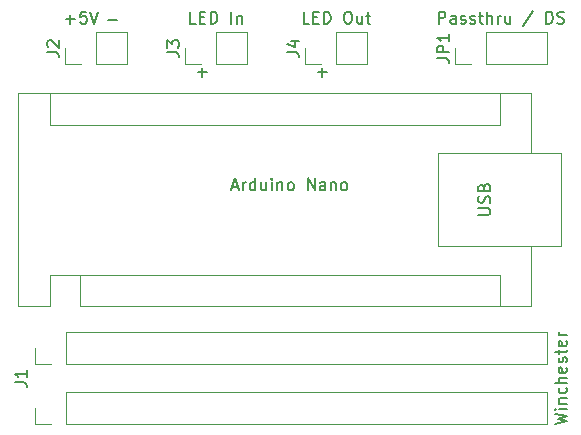
<source format=gbr>
%TF.GenerationSoftware,KiCad,Pcbnew,7.0.5*%
%TF.CreationDate,2026-01-03T12:26:39-08:00*%
%TF.ProjectId,ST-Noise,53542d4e-6f69-4736-952e-6b696361645f,rev?*%
%TF.SameCoordinates,Original*%
%TF.FileFunction,Legend,Top*%
%TF.FilePolarity,Positive*%
%FSLAX46Y46*%
G04 Gerber Fmt 4.6, Leading zero omitted, Abs format (unit mm)*
G04 Created by KiCad (PCBNEW 7.0.5) date 2026-01-03 12:26:39*
%MOMM*%
%LPD*%
G01*
G04 APERTURE LIST*
%ADD10C,0.150000*%
%ADD11C,0.120000*%
G04 APERTURE END LIST*
D10*
X131781779Y-47748866D02*
X132543684Y-47748866D01*
X132162731Y-48129819D02*
X132162731Y-47367914D01*
X121621779Y-47748866D02*
X122383684Y-47748866D01*
X122002731Y-48129819D02*
X122002731Y-47367914D01*
X114001779Y-43303866D02*
X114763684Y-43303866D01*
%TO.C,J2*%
X108884819Y-46053333D02*
X109599104Y-46053333D01*
X109599104Y-46053333D02*
X109741961Y-46100952D01*
X109741961Y-46100952D02*
X109837200Y-46196190D01*
X109837200Y-46196190D02*
X109884819Y-46339047D01*
X109884819Y-46339047D02*
X109884819Y-46434285D01*
X108980057Y-45624761D02*
X108932438Y-45577142D01*
X108932438Y-45577142D02*
X108884819Y-45481904D01*
X108884819Y-45481904D02*
X108884819Y-45243809D01*
X108884819Y-45243809D02*
X108932438Y-45148571D01*
X108932438Y-45148571D02*
X108980057Y-45100952D01*
X108980057Y-45100952D02*
X109075295Y-45053333D01*
X109075295Y-45053333D02*
X109170533Y-45053333D01*
X109170533Y-45053333D02*
X109313390Y-45100952D01*
X109313390Y-45100952D02*
X109884819Y-45672380D01*
X109884819Y-45672380D02*
X109884819Y-45053333D01*
X110474286Y-43253866D02*
X111236191Y-43253866D01*
X110855238Y-43634819D02*
X110855238Y-42872914D01*
X112188571Y-42634819D02*
X111712381Y-42634819D01*
X111712381Y-42634819D02*
X111664762Y-43111009D01*
X111664762Y-43111009D02*
X111712381Y-43063390D01*
X111712381Y-43063390D02*
X111807619Y-43015771D01*
X111807619Y-43015771D02*
X112045714Y-43015771D01*
X112045714Y-43015771D02*
X112140952Y-43063390D01*
X112140952Y-43063390D02*
X112188571Y-43111009D01*
X112188571Y-43111009D02*
X112236190Y-43206247D01*
X112236190Y-43206247D02*
X112236190Y-43444342D01*
X112236190Y-43444342D02*
X112188571Y-43539580D01*
X112188571Y-43539580D02*
X112140952Y-43587200D01*
X112140952Y-43587200D02*
X112045714Y-43634819D01*
X112045714Y-43634819D02*
X111807619Y-43634819D01*
X111807619Y-43634819D02*
X111712381Y-43587200D01*
X111712381Y-43587200D02*
X111664762Y-43539580D01*
X112521905Y-42634819D02*
X112855238Y-43634819D01*
X112855238Y-43634819D02*
X113188571Y-42634819D01*
%TO.C,A1*%
X124562857Y-57459104D02*
X125039047Y-57459104D01*
X124467619Y-57744819D02*
X124800952Y-56744819D01*
X124800952Y-56744819D02*
X125134285Y-57744819D01*
X125467619Y-57744819D02*
X125467619Y-57078152D01*
X125467619Y-57268628D02*
X125515238Y-57173390D01*
X125515238Y-57173390D02*
X125562857Y-57125771D01*
X125562857Y-57125771D02*
X125658095Y-57078152D01*
X125658095Y-57078152D02*
X125753333Y-57078152D01*
X126515238Y-57744819D02*
X126515238Y-56744819D01*
X126515238Y-57697200D02*
X126420000Y-57744819D01*
X126420000Y-57744819D02*
X126229524Y-57744819D01*
X126229524Y-57744819D02*
X126134286Y-57697200D01*
X126134286Y-57697200D02*
X126086667Y-57649580D01*
X126086667Y-57649580D02*
X126039048Y-57554342D01*
X126039048Y-57554342D02*
X126039048Y-57268628D01*
X126039048Y-57268628D02*
X126086667Y-57173390D01*
X126086667Y-57173390D02*
X126134286Y-57125771D01*
X126134286Y-57125771D02*
X126229524Y-57078152D01*
X126229524Y-57078152D02*
X126420000Y-57078152D01*
X126420000Y-57078152D02*
X126515238Y-57125771D01*
X127420000Y-57078152D02*
X127420000Y-57744819D01*
X126991429Y-57078152D02*
X126991429Y-57601961D01*
X126991429Y-57601961D02*
X127039048Y-57697200D01*
X127039048Y-57697200D02*
X127134286Y-57744819D01*
X127134286Y-57744819D02*
X127277143Y-57744819D01*
X127277143Y-57744819D02*
X127372381Y-57697200D01*
X127372381Y-57697200D02*
X127420000Y-57649580D01*
X127896191Y-57744819D02*
X127896191Y-57078152D01*
X127896191Y-56744819D02*
X127848572Y-56792438D01*
X127848572Y-56792438D02*
X127896191Y-56840057D01*
X127896191Y-56840057D02*
X127943810Y-56792438D01*
X127943810Y-56792438D02*
X127896191Y-56744819D01*
X127896191Y-56744819D02*
X127896191Y-56840057D01*
X128372381Y-57078152D02*
X128372381Y-57744819D01*
X128372381Y-57173390D02*
X128420000Y-57125771D01*
X128420000Y-57125771D02*
X128515238Y-57078152D01*
X128515238Y-57078152D02*
X128658095Y-57078152D01*
X128658095Y-57078152D02*
X128753333Y-57125771D01*
X128753333Y-57125771D02*
X128800952Y-57221009D01*
X128800952Y-57221009D02*
X128800952Y-57744819D01*
X129420000Y-57744819D02*
X129324762Y-57697200D01*
X129324762Y-57697200D02*
X129277143Y-57649580D01*
X129277143Y-57649580D02*
X129229524Y-57554342D01*
X129229524Y-57554342D02*
X129229524Y-57268628D01*
X129229524Y-57268628D02*
X129277143Y-57173390D01*
X129277143Y-57173390D02*
X129324762Y-57125771D01*
X129324762Y-57125771D02*
X129420000Y-57078152D01*
X129420000Y-57078152D02*
X129562857Y-57078152D01*
X129562857Y-57078152D02*
X129658095Y-57125771D01*
X129658095Y-57125771D02*
X129705714Y-57173390D01*
X129705714Y-57173390D02*
X129753333Y-57268628D01*
X129753333Y-57268628D02*
X129753333Y-57554342D01*
X129753333Y-57554342D02*
X129705714Y-57649580D01*
X129705714Y-57649580D02*
X129658095Y-57697200D01*
X129658095Y-57697200D02*
X129562857Y-57744819D01*
X129562857Y-57744819D02*
X129420000Y-57744819D01*
X130943810Y-57744819D02*
X130943810Y-56744819D01*
X130943810Y-56744819D02*
X131515238Y-57744819D01*
X131515238Y-57744819D02*
X131515238Y-56744819D01*
X132420000Y-57744819D02*
X132420000Y-57221009D01*
X132420000Y-57221009D02*
X132372381Y-57125771D01*
X132372381Y-57125771D02*
X132277143Y-57078152D01*
X132277143Y-57078152D02*
X132086667Y-57078152D01*
X132086667Y-57078152D02*
X131991429Y-57125771D01*
X132420000Y-57697200D02*
X132324762Y-57744819D01*
X132324762Y-57744819D02*
X132086667Y-57744819D01*
X132086667Y-57744819D02*
X131991429Y-57697200D01*
X131991429Y-57697200D02*
X131943810Y-57601961D01*
X131943810Y-57601961D02*
X131943810Y-57506723D01*
X131943810Y-57506723D02*
X131991429Y-57411485D01*
X131991429Y-57411485D02*
X132086667Y-57363866D01*
X132086667Y-57363866D02*
X132324762Y-57363866D01*
X132324762Y-57363866D02*
X132420000Y-57316247D01*
X132896191Y-57078152D02*
X132896191Y-57744819D01*
X132896191Y-57173390D02*
X132943810Y-57125771D01*
X132943810Y-57125771D02*
X133039048Y-57078152D01*
X133039048Y-57078152D02*
X133181905Y-57078152D01*
X133181905Y-57078152D02*
X133277143Y-57125771D01*
X133277143Y-57125771D02*
X133324762Y-57221009D01*
X133324762Y-57221009D02*
X133324762Y-57744819D01*
X133943810Y-57744819D02*
X133848572Y-57697200D01*
X133848572Y-57697200D02*
X133800953Y-57649580D01*
X133800953Y-57649580D02*
X133753334Y-57554342D01*
X133753334Y-57554342D02*
X133753334Y-57268628D01*
X133753334Y-57268628D02*
X133800953Y-57173390D01*
X133800953Y-57173390D02*
X133848572Y-57125771D01*
X133848572Y-57125771D02*
X133943810Y-57078152D01*
X133943810Y-57078152D02*
X134086667Y-57078152D01*
X134086667Y-57078152D02*
X134181905Y-57125771D01*
X134181905Y-57125771D02*
X134229524Y-57173390D01*
X134229524Y-57173390D02*
X134277143Y-57268628D01*
X134277143Y-57268628D02*
X134277143Y-57554342D01*
X134277143Y-57554342D02*
X134229524Y-57649580D01*
X134229524Y-57649580D02*
X134181905Y-57697200D01*
X134181905Y-57697200D02*
X134086667Y-57744819D01*
X134086667Y-57744819D02*
X133943810Y-57744819D01*
X145384819Y-59821904D02*
X146194342Y-59821904D01*
X146194342Y-59821904D02*
X146289580Y-59774285D01*
X146289580Y-59774285D02*
X146337200Y-59726666D01*
X146337200Y-59726666D02*
X146384819Y-59631428D01*
X146384819Y-59631428D02*
X146384819Y-59440952D01*
X146384819Y-59440952D02*
X146337200Y-59345714D01*
X146337200Y-59345714D02*
X146289580Y-59298095D01*
X146289580Y-59298095D02*
X146194342Y-59250476D01*
X146194342Y-59250476D02*
X145384819Y-59250476D01*
X146337200Y-58821904D02*
X146384819Y-58679047D01*
X146384819Y-58679047D02*
X146384819Y-58440952D01*
X146384819Y-58440952D02*
X146337200Y-58345714D01*
X146337200Y-58345714D02*
X146289580Y-58298095D01*
X146289580Y-58298095D02*
X146194342Y-58250476D01*
X146194342Y-58250476D02*
X146099104Y-58250476D01*
X146099104Y-58250476D02*
X146003866Y-58298095D01*
X146003866Y-58298095D02*
X145956247Y-58345714D01*
X145956247Y-58345714D02*
X145908628Y-58440952D01*
X145908628Y-58440952D02*
X145861009Y-58631428D01*
X145861009Y-58631428D02*
X145813390Y-58726666D01*
X145813390Y-58726666D02*
X145765771Y-58774285D01*
X145765771Y-58774285D02*
X145670533Y-58821904D01*
X145670533Y-58821904D02*
X145575295Y-58821904D01*
X145575295Y-58821904D02*
X145480057Y-58774285D01*
X145480057Y-58774285D02*
X145432438Y-58726666D01*
X145432438Y-58726666D02*
X145384819Y-58631428D01*
X145384819Y-58631428D02*
X145384819Y-58393333D01*
X145384819Y-58393333D02*
X145432438Y-58250476D01*
X145861009Y-57488571D02*
X145908628Y-57345714D01*
X145908628Y-57345714D02*
X145956247Y-57298095D01*
X145956247Y-57298095D02*
X146051485Y-57250476D01*
X146051485Y-57250476D02*
X146194342Y-57250476D01*
X146194342Y-57250476D02*
X146289580Y-57298095D01*
X146289580Y-57298095D02*
X146337200Y-57345714D01*
X146337200Y-57345714D02*
X146384819Y-57440952D01*
X146384819Y-57440952D02*
X146384819Y-57821904D01*
X146384819Y-57821904D02*
X145384819Y-57821904D01*
X145384819Y-57821904D02*
X145384819Y-57488571D01*
X145384819Y-57488571D02*
X145432438Y-57393333D01*
X145432438Y-57393333D02*
X145480057Y-57345714D01*
X145480057Y-57345714D02*
X145575295Y-57298095D01*
X145575295Y-57298095D02*
X145670533Y-57298095D01*
X145670533Y-57298095D02*
X145765771Y-57345714D01*
X145765771Y-57345714D02*
X145813390Y-57393333D01*
X145813390Y-57393333D02*
X145861009Y-57488571D01*
X145861009Y-57488571D02*
X145861009Y-57821904D01*
%TO.C, *%
%TO.C,J1*%
X106134819Y-73993333D02*
X106849104Y-73993333D01*
X106849104Y-73993333D02*
X106991961Y-74040952D01*
X106991961Y-74040952D02*
X107087200Y-74136190D01*
X107087200Y-74136190D02*
X107134819Y-74279047D01*
X107134819Y-74279047D02*
X107134819Y-74374285D01*
X107134819Y-72993333D02*
X107134819Y-73564761D01*
X107134819Y-73279047D02*
X106134819Y-73279047D01*
X106134819Y-73279047D02*
X106277676Y-73374285D01*
X106277676Y-73374285D02*
X106372914Y-73469523D01*
X106372914Y-73469523D02*
X106420533Y-73564761D01*
X151854819Y-77517142D02*
X152854819Y-77279047D01*
X152854819Y-77279047D02*
X152140533Y-77088571D01*
X152140533Y-77088571D02*
X152854819Y-76898095D01*
X152854819Y-76898095D02*
X151854819Y-76660000D01*
X152854819Y-76279047D02*
X152188152Y-76279047D01*
X151854819Y-76279047D02*
X151902438Y-76326666D01*
X151902438Y-76326666D02*
X151950057Y-76279047D01*
X151950057Y-76279047D02*
X151902438Y-76231428D01*
X151902438Y-76231428D02*
X151854819Y-76279047D01*
X151854819Y-76279047D02*
X151950057Y-76279047D01*
X152188152Y-75802857D02*
X152854819Y-75802857D01*
X152283390Y-75802857D02*
X152235771Y-75755238D01*
X152235771Y-75755238D02*
X152188152Y-75660000D01*
X152188152Y-75660000D02*
X152188152Y-75517143D01*
X152188152Y-75517143D02*
X152235771Y-75421905D01*
X152235771Y-75421905D02*
X152331009Y-75374286D01*
X152331009Y-75374286D02*
X152854819Y-75374286D01*
X152807200Y-74469524D02*
X152854819Y-74564762D01*
X152854819Y-74564762D02*
X152854819Y-74755238D01*
X152854819Y-74755238D02*
X152807200Y-74850476D01*
X152807200Y-74850476D02*
X152759580Y-74898095D01*
X152759580Y-74898095D02*
X152664342Y-74945714D01*
X152664342Y-74945714D02*
X152378628Y-74945714D01*
X152378628Y-74945714D02*
X152283390Y-74898095D01*
X152283390Y-74898095D02*
X152235771Y-74850476D01*
X152235771Y-74850476D02*
X152188152Y-74755238D01*
X152188152Y-74755238D02*
X152188152Y-74564762D01*
X152188152Y-74564762D02*
X152235771Y-74469524D01*
X152854819Y-74040952D02*
X151854819Y-74040952D01*
X152854819Y-73612381D02*
X152331009Y-73612381D01*
X152331009Y-73612381D02*
X152235771Y-73660000D01*
X152235771Y-73660000D02*
X152188152Y-73755238D01*
X152188152Y-73755238D02*
X152188152Y-73898095D01*
X152188152Y-73898095D02*
X152235771Y-73993333D01*
X152235771Y-73993333D02*
X152283390Y-74040952D01*
X152807200Y-72755238D02*
X152854819Y-72850476D01*
X152854819Y-72850476D02*
X152854819Y-73040952D01*
X152854819Y-73040952D02*
X152807200Y-73136190D01*
X152807200Y-73136190D02*
X152711961Y-73183809D01*
X152711961Y-73183809D02*
X152331009Y-73183809D01*
X152331009Y-73183809D02*
X152235771Y-73136190D01*
X152235771Y-73136190D02*
X152188152Y-73040952D01*
X152188152Y-73040952D02*
X152188152Y-72850476D01*
X152188152Y-72850476D02*
X152235771Y-72755238D01*
X152235771Y-72755238D02*
X152331009Y-72707619D01*
X152331009Y-72707619D02*
X152426247Y-72707619D01*
X152426247Y-72707619D02*
X152521485Y-73183809D01*
X152807200Y-72326666D02*
X152854819Y-72231428D01*
X152854819Y-72231428D02*
X152854819Y-72040952D01*
X152854819Y-72040952D02*
X152807200Y-71945714D01*
X152807200Y-71945714D02*
X152711961Y-71898095D01*
X152711961Y-71898095D02*
X152664342Y-71898095D01*
X152664342Y-71898095D02*
X152569104Y-71945714D01*
X152569104Y-71945714D02*
X152521485Y-72040952D01*
X152521485Y-72040952D02*
X152521485Y-72183809D01*
X152521485Y-72183809D02*
X152473866Y-72279047D01*
X152473866Y-72279047D02*
X152378628Y-72326666D01*
X152378628Y-72326666D02*
X152331009Y-72326666D01*
X152331009Y-72326666D02*
X152235771Y-72279047D01*
X152235771Y-72279047D02*
X152188152Y-72183809D01*
X152188152Y-72183809D02*
X152188152Y-72040952D01*
X152188152Y-72040952D02*
X152235771Y-71945714D01*
X152188152Y-71612380D02*
X152188152Y-71231428D01*
X151854819Y-71469523D02*
X152711961Y-71469523D01*
X152711961Y-71469523D02*
X152807200Y-71421904D01*
X152807200Y-71421904D02*
X152854819Y-71326666D01*
X152854819Y-71326666D02*
X152854819Y-71231428D01*
X152807200Y-70517142D02*
X152854819Y-70612380D01*
X152854819Y-70612380D02*
X152854819Y-70802856D01*
X152854819Y-70802856D02*
X152807200Y-70898094D01*
X152807200Y-70898094D02*
X152711961Y-70945713D01*
X152711961Y-70945713D02*
X152331009Y-70945713D01*
X152331009Y-70945713D02*
X152235771Y-70898094D01*
X152235771Y-70898094D02*
X152188152Y-70802856D01*
X152188152Y-70802856D02*
X152188152Y-70612380D01*
X152188152Y-70612380D02*
X152235771Y-70517142D01*
X152235771Y-70517142D02*
X152331009Y-70469523D01*
X152331009Y-70469523D02*
X152426247Y-70469523D01*
X152426247Y-70469523D02*
X152521485Y-70945713D01*
X152854819Y-70040951D02*
X152188152Y-70040951D01*
X152378628Y-70040951D02*
X152283390Y-69993332D01*
X152283390Y-69993332D02*
X152235771Y-69945713D01*
X152235771Y-69945713D02*
X152188152Y-69850475D01*
X152188152Y-69850475D02*
X152188152Y-69755237D01*
%TO.C,J4*%
X129204819Y-46053333D02*
X129919104Y-46053333D01*
X129919104Y-46053333D02*
X130061961Y-46100952D01*
X130061961Y-46100952D02*
X130157200Y-46196190D01*
X130157200Y-46196190D02*
X130204819Y-46339047D01*
X130204819Y-46339047D02*
X130204819Y-46434285D01*
X129538152Y-45148571D02*
X130204819Y-45148571D01*
X129157200Y-45386666D02*
X129871485Y-45624761D01*
X129871485Y-45624761D02*
X129871485Y-45005714D01*
X131064285Y-43634819D02*
X130588095Y-43634819D01*
X130588095Y-43634819D02*
X130588095Y-42634819D01*
X131397619Y-43111009D02*
X131730952Y-43111009D01*
X131873809Y-43634819D02*
X131397619Y-43634819D01*
X131397619Y-43634819D02*
X131397619Y-42634819D01*
X131397619Y-42634819D02*
X131873809Y-42634819D01*
X132302381Y-43634819D02*
X132302381Y-42634819D01*
X132302381Y-42634819D02*
X132540476Y-42634819D01*
X132540476Y-42634819D02*
X132683333Y-42682438D01*
X132683333Y-42682438D02*
X132778571Y-42777676D01*
X132778571Y-42777676D02*
X132826190Y-42872914D01*
X132826190Y-42872914D02*
X132873809Y-43063390D01*
X132873809Y-43063390D02*
X132873809Y-43206247D01*
X132873809Y-43206247D02*
X132826190Y-43396723D01*
X132826190Y-43396723D02*
X132778571Y-43491961D01*
X132778571Y-43491961D02*
X132683333Y-43587200D01*
X132683333Y-43587200D02*
X132540476Y-43634819D01*
X132540476Y-43634819D02*
X132302381Y-43634819D01*
X134254762Y-42634819D02*
X134445238Y-42634819D01*
X134445238Y-42634819D02*
X134540476Y-42682438D01*
X134540476Y-42682438D02*
X134635714Y-42777676D01*
X134635714Y-42777676D02*
X134683333Y-42968152D01*
X134683333Y-42968152D02*
X134683333Y-43301485D01*
X134683333Y-43301485D02*
X134635714Y-43491961D01*
X134635714Y-43491961D02*
X134540476Y-43587200D01*
X134540476Y-43587200D02*
X134445238Y-43634819D01*
X134445238Y-43634819D02*
X134254762Y-43634819D01*
X134254762Y-43634819D02*
X134159524Y-43587200D01*
X134159524Y-43587200D02*
X134064286Y-43491961D01*
X134064286Y-43491961D02*
X134016667Y-43301485D01*
X134016667Y-43301485D02*
X134016667Y-42968152D01*
X134016667Y-42968152D02*
X134064286Y-42777676D01*
X134064286Y-42777676D02*
X134159524Y-42682438D01*
X134159524Y-42682438D02*
X134254762Y-42634819D01*
X135540476Y-42968152D02*
X135540476Y-43634819D01*
X135111905Y-42968152D02*
X135111905Y-43491961D01*
X135111905Y-43491961D02*
X135159524Y-43587200D01*
X135159524Y-43587200D02*
X135254762Y-43634819D01*
X135254762Y-43634819D02*
X135397619Y-43634819D01*
X135397619Y-43634819D02*
X135492857Y-43587200D01*
X135492857Y-43587200D02*
X135540476Y-43539580D01*
X135873810Y-42968152D02*
X136254762Y-42968152D01*
X136016667Y-42634819D02*
X136016667Y-43491961D01*
X136016667Y-43491961D02*
X136064286Y-43587200D01*
X136064286Y-43587200D02*
X136159524Y-43634819D01*
X136159524Y-43634819D02*
X136254762Y-43634819D01*
%TO.C,J3*%
X119044819Y-46053333D02*
X119759104Y-46053333D01*
X119759104Y-46053333D02*
X119901961Y-46100952D01*
X119901961Y-46100952D02*
X119997200Y-46196190D01*
X119997200Y-46196190D02*
X120044819Y-46339047D01*
X120044819Y-46339047D02*
X120044819Y-46434285D01*
X119044819Y-45672380D02*
X119044819Y-45053333D01*
X119044819Y-45053333D02*
X119425771Y-45386666D01*
X119425771Y-45386666D02*
X119425771Y-45243809D01*
X119425771Y-45243809D02*
X119473390Y-45148571D01*
X119473390Y-45148571D02*
X119521009Y-45100952D01*
X119521009Y-45100952D02*
X119616247Y-45053333D01*
X119616247Y-45053333D02*
X119854342Y-45053333D01*
X119854342Y-45053333D02*
X119949580Y-45100952D01*
X119949580Y-45100952D02*
X119997200Y-45148571D01*
X119997200Y-45148571D02*
X120044819Y-45243809D01*
X120044819Y-45243809D02*
X120044819Y-45529523D01*
X120044819Y-45529523D02*
X119997200Y-45624761D01*
X119997200Y-45624761D02*
X119949580Y-45672380D01*
X121475714Y-43634819D02*
X120999524Y-43634819D01*
X120999524Y-43634819D02*
X120999524Y-42634819D01*
X121809048Y-43111009D02*
X122142381Y-43111009D01*
X122285238Y-43634819D02*
X121809048Y-43634819D01*
X121809048Y-43634819D02*
X121809048Y-42634819D01*
X121809048Y-42634819D02*
X122285238Y-42634819D01*
X122713810Y-43634819D02*
X122713810Y-42634819D01*
X122713810Y-42634819D02*
X122951905Y-42634819D01*
X122951905Y-42634819D02*
X123094762Y-42682438D01*
X123094762Y-42682438D02*
X123190000Y-42777676D01*
X123190000Y-42777676D02*
X123237619Y-42872914D01*
X123237619Y-42872914D02*
X123285238Y-43063390D01*
X123285238Y-43063390D02*
X123285238Y-43206247D01*
X123285238Y-43206247D02*
X123237619Y-43396723D01*
X123237619Y-43396723D02*
X123190000Y-43491961D01*
X123190000Y-43491961D02*
X123094762Y-43587200D01*
X123094762Y-43587200D02*
X122951905Y-43634819D01*
X122951905Y-43634819D02*
X122713810Y-43634819D01*
X124475715Y-43634819D02*
X124475715Y-42634819D01*
X124951905Y-42968152D02*
X124951905Y-43634819D01*
X124951905Y-43063390D02*
X124999524Y-43015771D01*
X124999524Y-43015771D02*
X125094762Y-42968152D01*
X125094762Y-42968152D02*
X125237619Y-42968152D01*
X125237619Y-42968152D02*
X125332857Y-43015771D01*
X125332857Y-43015771D02*
X125380476Y-43111009D01*
X125380476Y-43111009D02*
X125380476Y-43634819D01*
%TO.C,JP1*%
X141904819Y-46553333D02*
X142619104Y-46553333D01*
X142619104Y-46553333D02*
X142761961Y-46600952D01*
X142761961Y-46600952D02*
X142857200Y-46696190D01*
X142857200Y-46696190D02*
X142904819Y-46839047D01*
X142904819Y-46839047D02*
X142904819Y-46934285D01*
X142904819Y-46077142D02*
X141904819Y-46077142D01*
X141904819Y-46077142D02*
X141904819Y-45696190D01*
X141904819Y-45696190D02*
X141952438Y-45600952D01*
X141952438Y-45600952D02*
X142000057Y-45553333D01*
X142000057Y-45553333D02*
X142095295Y-45505714D01*
X142095295Y-45505714D02*
X142238152Y-45505714D01*
X142238152Y-45505714D02*
X142333390Y-45553333D01*
X142333390Y-45553333D02*
X142381009Y-45600952D01*
X142381009Y-45600952D02*
X142428628Y-45696190D01*
X142428628Y-45696190D02*
X142428628Y-46077142D01*
X142904819Y-44553333D02*
X142904819Y-45124761D01*
X142904819Y-44839047D02*
X141904819Y-44839047D01*
X141904819Y-44839047D02*
X142047676Y-44934285D01*
X142047676Y-44934285D02*
X142142914Y-45029523D01*
X142142914Y-45029523D02*
X142190533Y-45124761D01*
X142034285Y-43634819D02*
X142034285Y-42634819D01*
X142034285Y-42634819D02*
X142415237Y-42634819D01*
X142415237Y-42634819D02*
X142510475Y-42682438D01*
X142510475Y-42682438D02*
X142558094Y-42730057D01*
X142558094Y-42730057D02*
X142605713Y-42825295D01*
X142605713Y-42825295D02*
X142605713Y-42968152D01*
X142605713Y-42968152D02*
X142558094Y-43063390D01*
X142558094Y-43063390D02*
X142510475Y-43111009D01*
X142510475Y-43111009D02*
X142415237Y-43158628D01*
X142415237Y-43158628D02*
X142034285Y-43158628D01*
X143462856Y-43634819D02*
X143462856Y-43111009D01*
X143462856Y-43111009D02*
X143415237Y-43015771D01*
X143415237Y-43015771D02*
X143319999Y-42968152D01*
X143319999Y-42968152D02*
X143129523Y-42968152D01*
X143129523Y-42968152D02*
X143034285Y-43015771D01*
X143462856Y-43587200D02*
X143367618Y-43634819D01*
X143367618Y-43634819D02*
X143129523Y-43634819D01*
X143129523Y-43634819D02*
X143034285Y-43587200D01*
X143034285Y-43587200D02*
X142986666Y-43491961D01*
X142986666Y-43491961D02*
X142986666Y-43396723D01*
X142986666Y-43396723D02*
X143034285Y-43301485D01*
X143034285Y-43301485D02*
X143129523Y-43253866D01*
X143129523Y-43253866D02*
X143367618Y-43253866D01*
X143367618Y-43253866D02*
X143462856Y-43206247D01*
X143891428Y-43587200D02*
X143986666Y-43634819D01*
X143986666Y-43634819D02*
X144177142Y-43634819D01*
X144177142Y-43634819D02*
X144272380Y-43587200D01*
X144272380Y-43587200D02*
X144319999Y-43491961D01*
X144319999Y-43491961D02*
X144319999Y-43444342D01*
X144319999Y-43444342D02*
X144272380Y-43349104D01*
X144272380Y-43349104D02*
X144177142Y-43301485D01*
X144177142Y-43301485D02*
X144034285Y-43301485D01*
X144034285Y-43301485D02*
X143939047Y-43253866D01*
X143939047Y-43253866D02*
X143891428Y-43158628D01*
X143891428Y-43158628D02*
X143891428Y-43111009D01*
X143891428Y-43111009D02*
X143939047Y-43015771D01*
X143939047Y-43015771D02*
X144034285Y-42968152D01*
X144034285Y-42968152D02*
X144177142Y-42968152D01*
X144177142Y-42968152D02*
X144272380Y-43015771D01*
X144700952Y-43587200D02*
X144796190Y-43634819D01*
X144796190Y-43634819D02*
X144986666Y-43634819D01*
X144986666Y-43634819D02*
X145081904Y-43587200D01*
X145081904Y-43587200D02*
X145129523Y-43491961D01*
X145129523Y-43491961D02*
X145129523Y-43444342D01*
X145129523Y-43444342D02*
X145081904Y-43349104D01*
X145081904Y-43349104D02*
X144986666Y-43301485D01*
X144986666Y-43301485D02*
X144843809Y-43301485D01*
X144843809Y-43301485D02*
X144748571Y-43253866D01*
X144748571Y-43253866D02*
X144700952Y-43158628D01*
X144700952Y-43158628D02*
X144700952Y-43111009D01*
X144700952Y-43111009D02*
X144748571Y-43015771D01*
X144748571Y-43015771D02*
X144843809Y-42968152D01*
X144843809Y-42968152D02*
X144986666Y-42968152D01*
X144986666Y-42968152D02*
X145081904Y-43015771D01*
X145415238Y-42968152D02*
X145796190Y-42968152D01*
X145558095Y-42634819D02*
X145558095Y-43491961D01*
X145558095Y-43491961D02*
X145605714Y-43587200D01*
X145605714Y-43587200D02*
X145700952Y-43634819D01*
X145700952Y-43634819D02*
X145796190Y-43634819D01*
X146129524Y-43634819D02*
X146129524Y-42634819D01*
X146558095Y-43634819D02*
X146558095Y-43111009D01*
X146558095Y-43111009D02*
X146510476Y-43015771D01*
X146510476Y-43015771D02*
X146415238Y-42968152D01*
X146415238Y-42968152D02*
X146272381Y-42968152D01*
X146272381Y-42968152D02*
X146177143Y-43015771D01*
X146177143Y-43015771D02*
X146129524Y-43063390D01*
X147034286Y-43634819D02*
X147034286Y-42968152D01*
X147034286Y-43158628D02*
X147081905Y-43063390D01*
X147081905Y-43063390D02*
X147129524Y-43015771D01*
X147129524Y-43015771D02*
X147224762Y-42968152D01*
X147224762Y-42968152D02*
X147320000Y-42968152D01*
X148081905Y-42968152D02*
X148081905Y-43634819D01*
X147653334Y-42968152D02*
X147653334Y-43491961D01*
X147653334Y-43491961D02*
X147700953Y-43587200D01*
X147700953Y-43587200D02*
X147796191Y-43634819D01*
X147796191Y-43634819D02*
X147939048Y-43634819D01*
X147939048Y-43634819D02*
X148034286Y-43587200D01*
X148034286Y-43587200D02*
X148081905Y-43539580D01*
X150034286Y-42587200D02*
X149177144Y-43872914D01*
X151129525Y-43634819D02*
X151129525Y-42634819D01*
X151129525Y-42634819D02*
X151367620Y-42634819D01*
X151367620Y-42634819D02*
X151510477Y-42682438D01*
X151510477Y-42682438D02*
X151605715Y-42777676D01*
X151605715Y-42777676D02*
X151653334Y-42872914D01*
X151653334Y-42872914D02*
X151700953Y-43063390D01*
X151700953Y-43063390D02*
X151700953Y-43206247D01*
X151700953Y-43206247D02*
X151653334Y-43396723D01*
X151653334Y-43396723D02*
X151605715Y-43491961D01*
X151605715Y-43491961D02*
X151510477Y-43587200D01*
X151510477Y-43587200D02*
X151367620Y-43634819D01*
X151367620Y-43634819D02*
X151129525Y-43634819D01*
X152081906Y-43587200D02*
X152224763Y-43634819D01*
X152224763Y-43634819D02*
X152462858Y-43634819D01*
X152462858Y-43634819D02*
X152558096Y-43587200D01*
X152558096Y-43587200D02*
X152605715Y-43539580D01*
X152605715Y-43539580D02*
X152653334Y-43444342D01*
X152653334Y-43444342D02*
X152653334Y-43349104D01*
X152653334Y-43349104D02*
X152605715Y-43253866D01*
X152605715Y-43253866D02*
X152558096Y-43206247D01*
X152558096Y-43206247D02*
X152462858Y-43158628D01*
X152462858Y-43158628D02*
X152272382Y-43111009D01*
X152272382Y-43111009D02*
X152177144Y-43063390D01*
X152177144Y-43063390D02*
X152129525Y-43015771D01*
X152129525Y-43015771D02*
X152081906Y-42920533D01*
X152081906Y-42920533D02*
X152081906Y-42825295D01*
X152081906Y-42825295D02*
X152129525Y-42730057D01*
X152129525Y-42730057D02*
X152177144Y-42682438D01*
X152177144Y-42682438D02*
X152272382Y-42634819D01*
X152272382Y-42634819D02*
X152510477Y-42634819D01*
X152510477Y-42634819D02*
X152653334Y-42682438D01*
D11*
%TO.C,J2*%
X110430000Y-47050000D02*
X110430000Y-45720000D01*
X111760000Y-47050000D02*
X110430000Y-47050000D01*
X113030000Y-47050000D02*
X115630000Y-47050000D01*
X113030000Y-47050000D02*
X113030000Y-44390000D01*
X115630000Y-47050000D02*
X115630000Y-44390000D01*
X113030000Y-44390000D02*
X115630000Y-44390000D01*
%TO.C,A1*%
X106430000Y-67580000D02*
X109100000Y-67580000D01*
X111640000Y-67580000D02*
X149870000Y-67580000D01*
X149870000Y-67580000D02*
X149870000Y-62500000D01*
X109100000Y-64910000D02*
X109100000Y-67580000D01*
X111640000Y-64910000D02*
X111640000Y-67580000D01*
X111640000Y-64910000D02*
X109100000Y-64910000D01*
X111640000Y-64910000D02*
X147200000Y-64910000D01*
X147200000Y-64910000D02*
X147200000Y-67580000D01*
X141990000Y-62500000D02*
X141990000Y-54620000D01*
X152410000Y-62500000D02*
X141990000Y-62500000D01*
X141990000Y-54620000D02*
X152410000Y-54620000D01*
X152410000Y-54620000D02*
X152410000Y-62500000D01*
X109100000Y-52210000D02*
X147200000Y-52210000D01*
X109100000Y-52210000D02*
X109100000Y-49540000D01*
X147200000Y-52210000D02*
X147200000Y-49540000D01*
X106430000Y-49540000D02*
X106430000Y-67580000D01*
X149870000Y-49540000D02*
X149870000Y-54620000D01*
X149870000Y-49540000D02*
X106430000Y-49540000D01*
%TO.C, *%
X107890000Y-72450000D02*
X107890000Y-71120000D01*
X109220000Y-72450000D02*
X107890000Y-72450000D01*
X110490000Y-72450000D02*
X151190000Y-72450000D01*
X110490000Y-72450000D02*
X110490000Y-69790000D01*
X151190000Y-72450000D02*
X151190000Y-69790000D01*
X110490000Y-69790000D02*
X151190000Y-69790000D01*
%TO.C,J1*%
X107890000Y-77530000D02*
X107890000Y-76200000D01*
X109220000Y-77530000D02*
X107890000Y-77530000D01*
X110490000Y-77530000D02*
X151190000Y-77530000D01*
X110490000Y-77530000D02*
X110490000Y-74870000D01*
X151190000Y-77530000D02*
X151190000Y-74870000D01*
X110490000Y-74870000D02*
X151190000Y-74870000D01*
%TO.C,J4*%
X130750000Y-47050000D02*
X130750000Y-45720000D01*
X132080000Y-47050000D02*
X130750000Y-47050000D01*
X133350000Y-47050000D02*
X135950000Y-47050000D01*
X133350000Y-47050000D02*
X133350000Y-44390000D01*
X135950000Y-47050000D02*
X135950000Y-44390000D01*
X133350000Y-44390000D02*
X135950000Y-44390000D01*
%TO.C,J3*%
X120590000Y-47050000D02*
X120590000Y-45720000D01*
X121920000Y-47050000D02*
X120590000Y-47050000D01*
X123190000Y-47050000D02*
X125790000Y-47050000D01*
X123190000Y-47050000D02*
X123190000Y-44390000D01*
X125790000Y-47050000D02*
X125790000Y-44390000D01*
X123190000Y-44390000D02*
X125790000Y-44390000D01*
%TO.C,JP1*%
X143450000Y-47050000D02*
X143450000Y-45720000D01*
X144780000Y-47050000D02*
X143450000Y-47050000D01*
X146050000Y-47050000D02*
X151190000Y-47050000D01*
X146050000Y-47050000D02*
X146050000Y-44390000D01*
X151190000Y-47050000D02*
X151190000Y-44390000D01*
X146050000Y-44390000D02*
X151190000Y-44390000D01*
%TD*%
M02*

</source>
